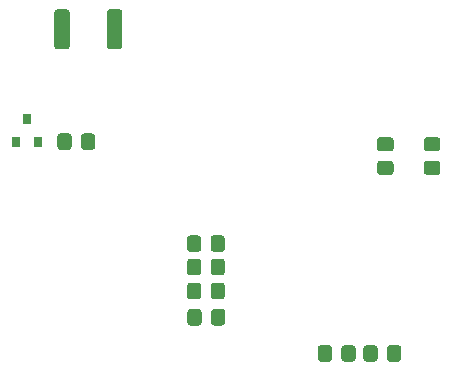
<source format=gbp>
%TF.GenerationSoftware,KiCad,Pcbnew,(5.1.12)-1*%
%TF.CreationDate,2023-06-07T09:52:28-07:00*%
%TF.ProjectId,hp breakout remote relay,68702062-7265-4616-9b6f-75742072656d,rev?*%
%TF.SameCoordinates,Original*%
%TF.FileFunction,Paste,Bot*%
%TF.FilePolarity,Positive*%
%FSLAX46Y46*%
G04 Gerber Fmt 4.6, Leading zero omitted, Abs format (unit mm)*
G04 Created by KiCad (PCBNEW (5.1.12)-1) date 2023-06-07 09:52:28*
%MOMM*%
%LPD*%
G01*
G04 APERTURE LIST*
%ADD10R,0.800000X0.900000*%
G04 APERTURE END LIST*
%TO.C,F1*%
G36*
G01*
X152481000Y-64272500D02*
X152481000Y-67172500D01*
G75*
G02*
X152231000Y-67422500I-250000J0D01*
G01*
X151431000Y-67422500D01*
G75*
G02*
X151181000Y-67172500I0J250000D01*
G01*
X151181000Y-64272500D01*
G75*
G02*
X151431000Y-64022500I250000J0D01*
G01*
X152231000Y-64022500D01*
G75*
G02*
X152481000Y-64272500I0J-250000D01*
G01*
G37*
G36*
G01*
X148031000Y-64272500D02*
X148031000Y-67172500D01*
G75*
G02*
X147781000Y-67422500I-250000J0D01*
G01*
X146981000Y-67422500D01*
G75*
G02*
X146731000Y-67172500I0J250000D01*
G01*
X146731000Y-64272500D01*
G75*
G02*
X146981000Y-64022500I250000J0D01*
G01*
X147781000Y-64022500D01*
G75*
G02*
X148031000Y-64272500I0J-250000D01*
G01*
G37*
%TD*%
D10*
%TO.C,Q3*%
X145349000Y-75295000D03*
X143449000Y-75295000D03*
X144399000Y-73295000D03*
%TD*%
%TO.C,R1*%
G36*
G01*
X170237200Y-92717199D02*
X170237200Y-93617201D01*
G75*
G02*
X169987201Y-93867200I-249999J0D01*
G01*
X169287199Y-93867200D01*
G75*
G02*
X169037200Y-93617201I0J249999D01*
G01*
X169037200Y-92717199D01*
G75*
G02*
X169287199Y-92467200I249999J0D01*
G01*
X169987201Y-92467200D01*
G75*
G02*
X170237200Y-92717199I0J-249999D01*
G01*
G37*
G36*
G01*
X172237200Y-92717199D02*
X172237200Y-93617201D01*
G75*
G02*
X171987201Y-93867200I-249999J0D01*
G01*
X171287199Y-93867200D01*
G75*
G02*
X171037200Y-93617201I0J249999D01*
G01*
X171037200Y-92717199D01*
G75*
G02*
X171287199Y-92467200I249999J0D01*
G01*
X171987201Y-92467200D01*
G75*
G02*
X172237200Y-92717199I0J-249999D01*
G01*
G37*
%TD*%
%TO.C,R2*%
G36*
G01*
X176098000Y-92717199D02*
X176098000Y-93617201D01*
G75*
G02*
X175848001Y-93867200I-249999J0D01*
G01*
X175147999Y-93867200D01*
G75*
G02*
X174898000Y-93617201I0J249999D01*
G01*
X174898000Y-92717199D01*
G75*
G02*
X175147999Y-92467200I249999J0D01*
G01*
X175848001Y-92467200D01*
G75*
G02*
X176098000Y-92717199I0J-249999D01*
G01*
G37*
G36*
G01*
X174098000Y-92717199D02*
X174098000Y-93617201D01*
G75*
G02*
X173848001Y-93867200I-249999J0D01*
G01*
X173147999Y-93867200D01*
G75*
G02*
X172898000Y-93617201I0J249999D01*
G01*
X172898000Y-92717199D01*
G75*
G02*
X173147999Y-92467200I249999J0D01*
G01*
X173848001Y-92467200D01*
G75*
G02*
X174098000Y-92717199I0J-249999D01*
G01*
G37*
%TD*%
%TO.C,R4*%
G36*
G01*
X159200000Y-89649999D02*
X159200000Y-90550001D01*
G75*
G02*
X158950001Y-90800000I-249999J0D01*
G01*
X158249999Y-90800000D01*
G75*
G02*
X158000000Y-90550001I0J249999D01*
G01*
X158000000Y-89649999D01*
G75*
G02*
X158249999Y-89400000I249999J0D01*
G01*
X158950001Y-89400000D01*
G75*
G02*
X159200000Y-89649999I0J-249999D01*
G01*
G37*
G36*
G01*
X161200000Y-89649999D02*
X161200000Y-90550001D01*
G75*
G02*
X160950001Y-90800000I-249999J0D01*
G01*
X160249999Y-90800000D01*
G75*
G02*
X160000000Y-90550001I0J249999D01*
G01*
X160000000Y-89649999D01*
G75*
G02*
X160249999Y-89400000I249999J0D01*
G01*
X160950001Y-89400000D01*
G75*
G02*
X161200000Y-89649999I0J-249999D01*
G01*
G37*
%TD*%
%TO.C,R5*%
G36*
G01*
X175202001Y-78054000D02*
X174301999Y-78054000D01*
G75*
G02*
X174052000Y-77804001I0J249999D01*
G01*
X174052000Y-77103999D01*
G75*
G02*
X174301999Y-76854000I249999J0D01*
G01*
X175202001Y-76854000D01*
G75*
G02*
X175452000Y-77103999I0J-249999D01*
G01*
X175452000Y-77804001D01*
G75*
G02*
X175202001Y-78054000I-249999J0D01*
G01*
G37*
G36*
G01*
X175202001Y-76054000D02*
X174301999Y-76054000D01*
G75*
G02*
X174052000Y-75804001I0J249999D01*
G01*
X174052000Y-75103999D01*
G75*
G02*
X174301999Y-74854000I249999J0D01*
G01*
X175202001Y-74854000D01*
G75*
G02*
X175452000Y-75103999I0J-249999D01*
G01*
X175452000Y-75804001D01*
G75*
G02*
X175202001Y-76054000I-249999J0D01*
G01*
G37*
%TD*%
%TO.C,R6*%
G36*
G01*
X179164401Y-76054000D02*
X178264399Y-76054000D01*
G75*
G02*
X178014400Y-75804001I0J249999D01*
G01*
X178014400Y-75103999D01*
G75*
G02*
X178264399Y-74854000I249999J0D01*
G01*
X179164401Y-74854000D01*
G75*
G02*
X179414400Y-75103999I0J-249999D01*
G01*
X179414400Y-75804001D01*
G75*
G02*
X179164401Y-76054000I-249999J0D01*
G01*
G37*
G36*
G01*
X179164401Y-78054000D02*
X178264399Y-78054000D01*
G75*
G02*
X178014400Y-77804001I0J249999D01*
G01*
X178014400Y-77103999D01*
G75*
G02*
X178264399Y-76854000I249999J0D01*
G01*
X179164401Y-76854000D01*
G75*
G02*
X179414400Y-77103999I0J-249999D01*
G01*
X179414400Y-77804001D01*
G75*
G02*
X179164401Y-78054000I-249999J0D01*
G01*
G37*
%TD*%
%TO.C,R7*%
G36*
G01*
X159962800Y-88334001D02*
X159962800Y-87433999D01*
G75*
G02*
X160212799Y-87184000I249999J0D01*
G01*
X160912801Y-87184000D01*
G75*
G02*
X161162800Y-87433999I0J-249999D01*
G01*
X161162800Y-88334001D01*
G75*
G02*
X160912801Y-88584000I-249999J0D01*
G01*
X160212799Y-88584000D01*
G75*
G02*
X159962800Y-88334001I0J249999D01*
G01*
G37*
G36*
G01*
X157962800Y-88334001D02*
X157962800Y-87433999D01*
G75*
G02*
X158212799Y-87184000I249999J0D01*
G01*
X158912801Y-87184000D01*
G75*
G02*
X159162800Y-87433999I0J-249999D01*
G01*
X159162800Y-88334001D01*
G75*
G02*
X158912801Y-88584000I-249999J0D01*
G01*
X158212799Y-88584000D01*
G75*
G02*
X157962800Y-88334001I0J249999D01*
G01*
G37*
%TD*%
%TO.C,R8*%
G36*
G01*
X159962800Y-86302001D02*
X159962800Y-85401999D01*
G75*
G02*
X160212799Y-85152000I249999J0D01*
G01*
X160912801Y-85152000D01*
G75*
G02*
X161162800Y-85401999I0J-249999D01*
G01*
X161162800Y-86302001D01*
G75*
G02*
X160912801Y-86552000I-249999J0D01*
G01*
X160212799Y-86552000D01*
G75*
G02*
X159962800Y-86302001I0J249999D01*
G01*
G37*
G36*
G01*
X157962800Y-86302001D02*
X157962800Y-85401999D01*
G75*
G02*
X158212799Y-85152000I249999J0D01*
G01*
X158912801Y-85152000D01*
G75*
G02*
X159162800Y-85401999I0J-249999D01*
G01*
X159162800Y-86302001D01*
G75*
G02*
X158912801Y-86552000I-249999J0D01*
G01*
X158212799Y-86552000D01*
G75*
G02*
X157962800Y-86302001I0J249999D01*
G01*
G37*
%TD*%
%TO.C,R9*%
G36*
G01*
X157962800Y-84320801D02*
X157962800Y-83420799D01*
G75*
G02*
X158212799Y-83170800I249999J0D01*
G01*
X158912801Y-83170800D01*
G75*
G02*
X159162800Y-83420799I0J-249999D01*
G01*
X159162800Y-84320801D01*
G75*
G02*
X158912801Y-84570800I-249999J0D01*
G01*
X158212799Y-84570800D01*
G75*
G02*
X157962800Y-84320801I0J249999D01*
G01*
G37*
G36*
G01*
X159962800Y-84320801D02*
X159962800Y-83420799D01*
G75*
G02*
X160212799Y-83170800I249999J0D01*
G01*
X160912801Y-83170800D01*
G75*
G02*
X161162800Y-83420799I0J-249999D01*
G01*
X161162800Y-84320801D01*
G75*
G02*
X160912801Y-84570800I-249999J0D01*
G01*
X160212799Y-84570800D01*
G75*
G02*
X159962800Y-84320801I0J249999D01*
G01*
G37*
%TD*%
%TO.C,R13*%
G36*
G01*
X146990000Y-75684801D02*
X146990000Y-74784799D01*
G75*
G02*
X147239999Y-74534800I249999J0D01*
G01*
X147940001Y-74534800D01*
G75*
G02*
X148190000Y-74784799I0J-249999D01*
G01*
X148190000Y-75684801D01*
G75*
G02*
X147940001Y-75934800I-249999J0D01*
G01*
X147239999Y-75934800D01*
G75*
G02*
X146990000Y-75684801I0J249999D01*
G01*
G37*
G36*
G01*
X148990000Y-75684801D02*
X148990000Y-74784799D01*
G75*
G02*
X149239999Y-74534800I249999J0D01*
G01*
X149940001Y-74534800D01*
G75*
G02*
X150190000Y-74784799I0J-249999D01*
G01*
X150190000Y-75684801D01*
G75*
G02*
X149940001Y-75934800I-249999J0D01*
G01*
X149239999Y-75934800D01*
G75*
G02*
X148990000Y-75684801I0J249999D01*
G01*
G37*
%TD*%
M02*

</source>
